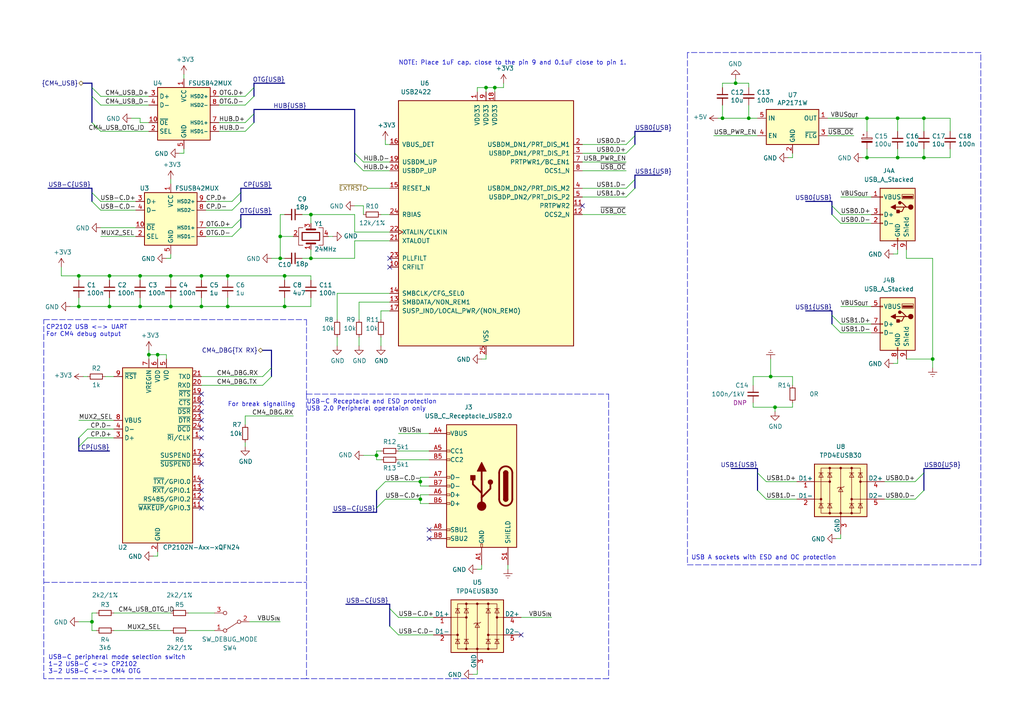
<source format=kicad_sch>
(kicad_sch (version 20210126) (generator eeschema)
  (paper "A4")
  (title_block (title "USB 2.0 host/USB 2.0 device") (date "2021-01-12") (rev "0.1") (company "Nabu Casa") (comment 1 "www.nabucasa.com") (comment 2 "Light Blue"))
  (bus_alias "I2C" (members "SDA" "SCL"))
  (bus_alias "USB" (members "D+" "D-"))
  (bus_alias "CM4_USB" (members "CM4_USB_D+" "CM4_USB_D-" "CM4_USB_OTG_ID"))
  (junction (at 22.86 80.01) (diameter 0.9144))
  (junction (at 22.86 88.9) (diameter 0.9144))
  (junction (at 26.67 180.34) (diameter 0.9144))
  (junction (at 31.75 80.01) (diameter 0.9144))
  (junction (at 31.75 88.9) (diameter 0.9144))
  (junction (at 40.64 80.01) (diameter 0.9144))
  (junction (at 40.64 88.9) (diameter 0.9144))
  (junction (at 43.18 102.87) (diameter 0.9144))
  (junction (at 45.72 102.87) (diameter 0.9144))
  (junction (at 49.53 80.01) (diameter 0.9144))
  (junction (at 49.53 88.9) (diameter 0.9144))
  (junction (at 58.42 80.01) (diameter 0.9144))
  (junction (at 58.42 88.9) (diameter 0.9144))
  (junction (at 66.04 80.01) (diameter 0.9144))
  (junction (at 66.04 88.9) (diameter 0.9144))
  (junction (at 81.28 68.58) (diameter 0.9144))
  (junction (at 81.28 74.93) (diameter 0.9144))
  (junction (at 82.55 80.01) (diameter 0.9144))
  (junction (at 82.55 88.9) (diameter 0.9144))
  (junction (at 90.17 62.23) (diameter 0.9144))
  (junction (at 90.17 74.93) (diameter 0.9144))
  (junction (at 109.22 132.08) (diameter 0.9144))
  (junction (at 121.92 139.7) (diameter 0.9144))
  (junction (at 121.92 144.78) (diameter 0.9144))
  (junction (at 140.97 25.4) (diameter 0.9144))
  (junction (at 143.51 25.4) (diameter 0.9144))
  (junction (at 209.55 34.29) (diameter 0.9144))
  (junction (at 213.36 24.13) (diameter 0.9144))
  (junction (at 217.17 34.29) (diameter 0.9144))
  (junction (at 223.52 109.22) (diameter 0.9144))
  (junction (at 224.79 118.11) (diameter 0.9144))
  (junction (at 251.46 34.29) (diameter 0.9144))
  (junction (at 251.46 45.72) (diameter 0.9144))
  (junction (at 260.35 34.29) (diameter 0.9144))
  (junction (at 260.35 45.72) (diameter 0.9144))
  (junction (at 267.97 34.29) (diameter 0.9144))
  (junction (at 267.97 45.72) (diameter 0.9144))
  (junction (at 270.51 104.14) (diameter 0.9144))
  (no_connect (at 58.42 114.3))
  (no_connect (at 58.42 116.84))
  (no_connect (at 58.42 119.38))
  (no_connect (at 58.42 121.92))
  (no_connect (at 58.42 124.46))
  (no_connect (at 58.42 127))
  (no_connect (at 58.42 132.08))
  (no_connect (at 58.42 134.62))
  (no_connect (at 58.42 139.7))
  (no_connect (at 58.42 142.24))
  (no_connect (at 58.42 144.78))
  (no_connect (at 58.42 147.32))
  (no_connect (at 113.03 74.93))
  (no_connect (at 113.03 77.47))
  (no_connect (at 124.46 153.67))
  (no_connect (at 124.46 156.21))
  (no_connect (at 151.13 184.15))
  (no_connect (at 168.91 59.69))
  (bus_entry (at 22.86 127) (size 2.54 -2.54) (stroke (width 0.1524)))
  (bus_entry (at 22.86 129.54) (size 2.54 -2.54) (stroke (width 0.1524)))
  (bus_entry (at 26.67 25.4) (size 2.54 2.54) (stroke (width 0.1524)))
  (bus_entry (at 26.67 27.94) (size 2.54 2.54) (stroke (width 0.1524)))
  (bus_entry (at 26.67 35.56) (size 2.54 2.54) (stroke (width 0.1524)))
  (bus_entry (at 26.67 55.88) (size 2.54 2.54) (stroke (width 0.1524)))
  (bus_entry (at 26.67 58.42) (size 2.54 2.54) (stroke (width 0.1524)))
  (bus_entry (at 69.85 55.88) (size -2.54 2.54) (stroke (width 0.1524)))
  (bus_entry (at 69.85 58.42) (size -2.54 2.54) (stroke (width 0.1524)))
  (bus_entry (at 69.85 63.5) (size -2.54 2.54) (stroke (width 0.1524)))
  (bus_entry (at 69.85 66.04) (size -2.54 2.54) (stroke (width 0.1524)))
  (bus_entry (at 73.66 25.4) (size -2.54 2.54) (stroke (width 0.1524)))
  (bus_entry (at 73.66 27.94) (size -2.54 2.54) (stroke (width 0.1524)))
  (bus_entry (at 73.66 33.02) (size -2.54 2.54) (stroke (width 0.1524)))
  (bus_entry (at 73.66 35.56) (size -2.54 2.54) (stroke (width 0.1524)))
  (bus_entry (at 76.2 109.22) (size 2.54 -2.54) (stroke (width 0.1524)))
  (bus_entry (at 76.2 111.76) (size 2.54 -2.54) (stroke (width 0.1524)))
  (bus_entry (at 102.87 44.45) (size 2.54 2.54) (stroke (width 0.1524)))
  (bus_entry (at 102.87 46.99) (size 2.54 2.54) (stroke (width 0.1524)))
  (bus_entry (at 109.22 142.24) (size 2.54 -2.54) (stroke (width 0.1524)))
  (bus_entry (at 109.22 147.32) (size 2.54 -2.54) (stroke (width 0.1524)))
  (bus_entry (at 113.03 176.53) (size 2.54 2.54) (stroke (width 0.1524)))
  (bus_entry (at 113.03 181.61) (size 2.54 2.54) (stroke (width 0.1524)))
  (bus_entry (at 181.61 41.91) (size 2.54 -2.54) (stroke (width 0.1524)))
  (bus_entry (at 181.61 44.45) (size 2.54 -2.54) (stroke (width 0.1524)))
  (bus_entry (at 181.61 54.61) (size 2.54 -2.54) (stroke (width 0.1524)))
  (bus_entry (at 181.61 57.15) (size 2.54 -2.54) (stroke (width 0.1524)))
  (bus_entry (at 222.25 139.7) (size -2.54 -2.54) (stroke (width 0.1524)))
  (bus_entry (at 222.25 144.78) (size -2.54 -2.54) (stroke (width 0.1524)))
  (bus_entry (at 243.84 62.23) (size -2.54 -2.54) (stroke (width 0.1524)))
  (bus_entry (at 243.84 64.77) (size -2.54 -2.54) (stroke (width 0.1524)))
  (bus_entry (at 243.84 93.98) (size -2.54 -2.54) (stroke (width 0.1524)))
  (bus_entry (at 243.84 96.52) (size -2.54 -2.54) (stroke (width 0.1524)))
  (bus_entry (at 265.43 139.7) (size 2.54 -2.54) (stroke (width 0.1524)))
  (bus_entry (at 265.43 144.78) (size 2.54 -2.54) (stroke (width 0.1524)))
  (wire (pts (xy 17.78 80.01) (xy 17.78 77.47)))
  (wire (pts (xy 17.78 80.01) (xy 22.86 80.01)))
  (wire (pts (xy 20.32 88.9) (xy 22.86 88.9)))
  (wire (pts (xy 22.86 80.01) (xy 22.86 81.28)))
  (wire (pts (xy 22.86 80.01) (xy 31.75 80.01)))
  (wire (pts (xy 22.86 86.36) (xy 22.86 88.9)))
  (wire (pts (xy 22.86 88.9) (xy 31.75 88.9)))
  (wire (pts (xy 22.86 121.92) (xy 33.02 121.92)))
  (wire (pts (xy 22.86 180.34) (xy 26.67 180.34)))
  (wire (pts (xy 24.13 109.22) (xy 25.4 109.22)))
  (wire (pts (xy 26.67 177.8) (xy 26.67 180.34)))
  (wire (pts (xy 26.67 177.8) (xy 27.94 177.8)))
  (wire (pts (xy 26.67 180.34) (xy 26.67 182.88)))
  (wire (pts (xy 27.94 182.88) (xy 26.67 182.88)))
  (wire (pts (xy 29.21 27.94) (xy 43.18 27.94)))
  (wire (pts (xy 29.21 30.48) (xy 43.18 30.48)))
  (wire (pts (xy 29.21 38.1) (xy 43.18 38.1)))
  (wire (pts (xy 29.21 66.04) (xy 39.37 66.04)))
  (wire (pts (xy 29.21 68.58) (xy 39.37 68.58)))
  (wire (pts (xy 30.48 109.22) (xy 33.02 109.22)))
  (wire (pts (xy 31.75 80.01) (xy 31.75 81.28)))
  (wire (pts (xy 31.75 86.36) (xy 31.75 88.9)))
  (wire (pts (xy 31.75 88.9) (xy 40.64 88.9)))
  (wire (pts (xy 33.02 124.46) (xy 25.4 124.46)))
  (wire (pts (xy 33.02 127) (xy 25.4 127)))
  (wire (pts (xy 33.02 177.8) (xy 49.53 177.8)))
  (wire (pts (xy 33.02 182.88) (xy 49.53 182.88)))
  (wire (pts (xy 39.37 58.42) (xy 29.21 58.42)))
  (wire (pts (xy 39.37 60.96) (xy 29.21 60.96)))
  (wire (pts (xy 40.64 34.29) (xy 38.1 34.29)))
  (wire (pts (xy 40.64 35.56) (xy 40.64 34.29)))
  (wire (pts (xy 40.64 80.01) (xy 31.75 80.01)))
  (wire (pts (xy 40.64 80.01) (xy 40.64 81.28)))
  (wire (pts (xy 40.64 86.36) (xy 40.64 88.9)))
  (wire (pts (xy 40.64 88.9) (xy 49.53 88.9)))
  (wire (pts (xy 43.18 35.56) (xy 40.64 35.56)))
  (wire (pts (xy 43.18 101.6) (xy 43.18 102.87)))
  (wire (pts (xy 43.18 102.87) (xy 43.18 104.14)))
  (wire (pts (xy 44.45 161.29) (xy 45.72 161.29)))
  (wire (pts (xy 45.72 102.87) (xy 43.18 102.87)))
  (wire (pts (xy 45.72 102.87) (xy 48.26 102.87)))
  (wire (pts (xy 45.72 104.14) (xy 45.72 102.87)))
  (wire (pts (xy 45.72 161.29) (xy 45.72 160.02)))
  (wire (pts (xy 48.26 74.93) (xy 49.53 74.93)))
  (wire (pts (xy 48.26 102.87) (xy 48.26 104.14)))
  (wire (pts (xy 49.53 52.07) (xy 49.53 53.34)))
  (wire (pts (xy 49.53 74.93) (xy 49.53 73.66)))
  (wire (pts (xy 49.53 80.01) (xy 40.64 80.01)))
  (wire (pts (xy 49.53 80.01) (xy 49.53 81.28)))
  (wire (pts (xy 49.53 86.36) (xy 49.53 88.9)))
  (wire (pts (xy 49.53 88.9) (xy 58.42 88.9)))
  (wire (pts (xy 52.07 44.45) (xy 53.34 44.45)))
  (wire (pts (xy 53.34 21.59) (xy 53.34 22.86)))
  (wire (pts (xy 53.34 44.45) (xy 53.34 43.18)))
  (wire (pts (xy 54.61 177.8) (xy 62.23 177.8)))
  (wire (pts (xy 54.61 182.88) (xy 62.23 182.88)))
  (wire (pts (xy 58.42 80.01) (xy 49.53 80.01)))
  (wire (pts (xy 58.42 80.01) (xy 58.42 81.28)))
  (wire (pts (xy 58.42 86.36) (xy 58.42 88.9)))
  (wire (pts (xy 58.42 88.9) (xy 66.04 88.9)))
  (wire (pts (xy 58.42 109.22) (xy 76.2 109.22)))
  (wire (pts (xy 58.42 111.76) (xy 76.2 111.76)))
  (wire (pts (xy 59.69 58.42) (xy 67.31 58.42)))
  (wire (pts (xy 59.69 60.96) (xy 67.31 60.96)))
  (wire (pts (xy 59.69 66.04) (xy 67.31 66.04)))
  (wire (pts (xy 59.69 68.58) (xy 67.31 68.58)))
  (wire (pts (xy 63.5 27.94) (xy 71.12 27.94)))
  (wire (pts (xy 63.5 30.48) (xy 71.12 30.48)))
  (wire (pts (xy 63.5 35.56) (xy 71.12 35.56)))
  (wire (pts (xy 63.5 38.1) (xy 71.12 38.1)))
  (wire (pts (xy 66.04 80.01) (xy 58.42 80.01)))
  (wire (pts (xy 66.04 80.01) (xy 66.04 81.28)))
  (wire (pts (xy 66.04 80.01) (xy 82.55 80.01)))
  (wire (pts (xy 66.04 86.36) (xy 66.04 88.9)))
  (wire (pts (xy 66.04 88.9) (xy 82.55 88.9)))
  (wire (pts (xy 71.12 120.65) (xy 71.12 123.19)))
  (wire (pts (xy 71.12 120.65) (xy 85.09 120.65)))
  (wire (pts (xy 71.12 128.27) (xy 71.12 129.54)))
  (wire (pts (xy 78.74 74.93) (xy 81.28 74.93)))
  (wire (pts (xy 81.28 62.23) (xy 81.28 68.58)))
  (wire (pts (xy 81.28 68.58) (xy 81.28 74.93)))
  (wire (pts (xy 81.28 68.58) (xy 85.09 68.58)))
  (wire (pts (xy 81.28 74.93) (xy 82.55 74.93)))
  (wire (pts (xy 81.28 180.34) (xy 72.39 180.34)))
  (wire (pts (xy 82.55 62.23) (xy 81.28 62.23)))
  (wire (pts (xy 82.55 80.01) (xy 82.55 81.28)))
  (wire (pts (xy 82.55 86.36) (xy 82.55 88.9)))
  (wire (pts (xy 82.55 88.9) (xy 90.17 88.9)))
  (wire (pts (xy 87.63 62.23) (xy 90.17 62.23)))
  (wire (pts (xy 87.63 74.93) (xy 90.17 74.93)))
  (wire (pts (xy 90.17 62.23) (xy 90.17 64.77)))
  (wire (pts (xy 90.17 62.23) (xy 102.87 62.23)))
  (wire (pts (xy 90.17 72.39) (xy 90.17 74.93)))
  (wire (pts (xy 90.17 74.93) (xy 102.87 74.93)))
  (wire (pts (xy 90.17 80.01) (xy 82.55 80.01)))
  (wire (pts (xy 90.17 81.28) (xy 90.17 80.01)))
  (wire (pts (xy 90.17 86.36) (xy 90.17 88.9)))
  (wire (pts (xy 95.25 68.58) (xy 96.52 68.58)))
  (wire (pts (xy 97.79 85.09) (xy 97.79 92.71)))
  (wire (pts (xy 97.79 97.79) (xy 97.79 100.33)))
  (wire (pts (xy 102.87 67.31) (xy 102.87 62.23)))
  (wire (pts (xy 102.87 69.85) (xy 102.87 74.93)))
  (wire (pts (xy 104.14 87.63) (xy 104.14 92.71)))
  (wire (pts (xy 104.14 87.63) (xy 113.03 87.63)))
  (wire (pts (xy 104.14 97.79) (xy 104.14 100.33)))
  (wire (pts (xy 105.41 46.99) (xy 113.03 46.99)))
  (wire (pts (xy 105.41 49.53) (xy 113.03 49.53)))
  (wire (pts (xy 105.41 59.69) (xy 102.87 59.69)))
  (wire (pts (xy 105.41 62.23) (xy 105.41 59.69)))
  (wire (pts (xy 105.41 132.08) (xy 109.22 132.08)))
  (wire (pts (xy 106.68 54.61) (xy 113.03 54.61)))
  (wire (pts (xy 109.22 130.81) (xy 109.22 132.08)))
  (wire (pts (xy 109.22 132.08) (xy 109.22 133.35)))
  (wire (pts (xy 109.22 133.35) (xy 110.49 133.35)))
  (wire (pts (xy 110.49 62.23) (xy 113.03 62.23)))
  (wire (pts (xy 110.49 90.17) (xy 110.49 92.71)))
  (wire (pts (xy 110.49 97.79) (xy 110.49 100.33)))
  (wire (pts (xy 110.49 130.81) (xy 109.22 130.81)))
  (wire (pts (xy 111.76 40.64) (xy 111.76 41.91)))
  (wire (pts (xy 111.76 139.7) (xy 121.92 139.7)))
  (wire (pts (xy 111.76 144.78) (xy 121.92 144.78)))
  (wire (pts (xy 113.03 41.91) (xy 111.76 41.91)))
  (wire (pts (xy 113.03 67.31) (xy 102.87 67.31)))
  (wire (pts (xy 113.03 69.85) (xy 102.87 69.85)))
  (wire (pts (xy 113.03 85.09) (xy 97.79 85.09)))
  (wire (pts (xy 113.03 90.17) (xy 110.49 90.17)))
  (wire (pts (xy 115.57 125.73) (xy 124.46 125.73)))
  (wire (pts (xy 115.57 130.81) (xy 124.46 130.81)))
  (wire (pts (xy 115.57 133.35) (xy 124.46 133.35)))
  (wire (pts (xy 115.57 179.07) (xy 125.73 179.07)))
  (wire (pts (xy 115.57 184.15) (xy 125.73 184.15)))
  (wire (pts (xy 121.92 139.7) (xy 121.92 138.43)))
  (wire (pts (xy 121.92 140.97) (xy 121.92 139.7)))
  (wire (pts (xy 121.92 140.97) (xy 124.46 140.97)))
  (wire (pts (xy 121.92 144.78) (xy 121.92 143.51)))
  (wire (pts (xy 121.92 146.05) (xy 121.92 144.78)))
  (wire (pts (xy 121.92 146.05) (xy 124.46 146.05)))
  (wire (pts (xy 124.46 138.43) (xy 121.92 138.43)))
  (wire (pts (xy 124.46 143.51) (xy 121.92 143.51)))
  (wire (pts (xy 137.16 195.58) (xy 138.43 195.58)))
  (wire (pts (xy 138.43 25.4) (xy 140.97 25.4)))
  (wire (pts (xy 138.43 26.67) (xy 138.43 25.4)))
  (wire (pts (xy 138.43 165.1) (xy 139.7 165.1)))
  (wire (pts (xy 138.43 195.58) (xy 138.43 194.31)))
  (wire (pts (xy 139.7 104.14) (xy 140.97 104.14)))
  (wire (pts (xy 139.7 165.1) (xy 139.7 163.83)))
  (wire (pts (xy 140.97 25.4) (xy 140.97 26.67)))
  (wire (pts (xy 140.97 25.4) (xy 143.51 25.4)))
  (wire (pts (xy 140.97 104.14) (xy 140.97 102.87)))
  (wire (pts (xy 143.51 25.4) (xy 143.51 26.67)))
  (wire (pts (xy 143.51 25.4) (xy 146.05 25.4)))
  (wire (pts (xy 146.05 24.13) (xy 146.05 25.4)))
  (wire (pts (xy 147.32 163.83) (xy 147.32 165.1)))
  (wire (pts (xy 160.02 179.07) (xy 151.13 179.07)))
  (wire (pts (xy 168.91 41.91) (xy 181.61 41.91)))
  (wire (pts (xy 168.91 44.45) (xy 181.61 44.45)))
  (wire (pts (xy 168.91 46.99) (xy 181.61 46.99)))
  (wire (pts (xy 168.91 49.53) (xy 181.61 49.53)))
  (wire (pts (xy 168.91 54.61) (xy 181.61 54.61)))
  (wire (pts (xy 168.91 57.15) (xy 181.61 57.15)))
  (wire (pts (xy 168.91 62.23) (xy 181.61 62.23)))
  (wire (pts (xy 208.28 34.29) (xy 209.55 34.29)))
  (wire (pts (xy 209.55 24.13) (xy 209.55 25.4)))
  (wire (pts (xy 209.55 30.48) (xy 209.55 34.29)))
  (wire (pts (xy 209.55 34.29) (xy 217.17 34.29)))
  (wire (pts (xy 213.36 22.86) (xy 213.36 24.13)))
  (wire (pts (xy 213.36 24.13) (xy 209.55 24.13)))
  (wire (pts (xy 217.17 24.13) (xy 213.36 24.13)))
  (wire (pts (xy 217.17 25.4) (xy 217.17 24.13)))
  (wire (pts (xy 217.17 30.48) (xy 217.17 34.29)))
  (wire (pts (xy 217.17 34.29) (xy 219.71 34.29)))
  (wire (pts (xy 218.44 109.22) (xy 218.44 111.76)))
  (wire (pts (xy 218.44 116.84) (xy 218.44 118.11)))
  (wire (pts (xy 218.44 118.11) (xy 224.79 118.11)))
  (wire (pts (xy 219.71 39.37) (xy 207.01 39.37)))
  (wire (pts (xy 222.25 139.7) (xy 231.14 139.7)))
  (wire (pts (xy 222.25 144.78) (xy 231.14 144.78)))
  (wire (pts (xy 223.52 104.14) (xy 223.52 109.22)))
  (wire (pts (xy 223.52 109.22) (xy 218.44 109.22)))
  (wire (pts (xy 224.79 118.11) (xy 224.79 119.38)))
  (wire (pts (xy 224.79 118.11) (xy 229.87 118.11)))
  (wire (pts (xy 228.6 45.72) (xy 229.87 45.72)))
  (wire (pts (xy 229.87 45.72) (xy 229.87 44.45)))
  (wire (pts (xy 229.87 109.22) (xy 223.52 109.22)))
  (wire (pts (xy 229.87 111.76) (xy 229.87 109.22)))
  (wire (pts (xy 229.87 118.11) (xy 229.87 116.84)))
  (wire (pts (xy 240.03 34.29) (xy 251.46 34.29)))
  (wire (pts (xy 240.03 39.37) (xy 247.65 39.37)))
  (wire (pts (xy 242.57 156.21) (xy 243.84 156.21)))
  (wire (pts (xy 243.84 57.15) (xy 252.73 57.15)))
  (wire (pts (xy 243.84 62.23) (xy 252.73 62.23)))
  (wire (pts (xy 243.84 64.77) (xy 252.73 64.77)))
  (wire (pts (xy 243.84 88.9) (xy 252.73 88.9)))
  (wire (pts (xy 243.84 93.98) (xy 252.73 93.98)))
  (wire (pts (xy 243.84 96.52) (xy 252.73 96.52)))
  (wire (pts (xy 243.84 156.21) (xy 243.84 154.94)))
  (wire (pts (xy 250.19 45.72) (xy 251.46 45.72)))
  (wire (pts (xy 251.46 34.29) (xy 251.46 38.1)))
  (wire (pts (xy 251.46 34.29) (xy 260.35 34.29)))
  (wire (pts (xy 251.46 43.18) (xy 251.46 45.72)))
  (wire (pts (xy 251.46 45.72) (xy 260.35 45.72)))
  (wire (pts (xy 259.08 73.66) (xy 260.35 73.66)))
  (wire (pts (xy 259.08 105.41) (xy 260.35 105.41)))
  (wire (pts (xy 260.35 34.29) (xy 260.35 38.1)))
  (wire (pts (xy 260.35 34.29) (xy 267.97 34.29)))
  (wire (pts (xy 260.35 43.18) (xy 260.35 45.72)))
  (wire (pts (xy 260.35 45.72) (xy 267.97 45.72)))
  (wire (pts (xy 260.35 73.66) (xy 260.35 72.39)))
  (wire (pts (xy 260.35 105.41) (xy 260.35 104.14)))
  (wire (pts (xy 262.89 72.39) (xy 262.89 74.93)))
  (wire (pts (xy 262.89 74.93) (xy 270.51 74.93)))
  (wire (pts (xy 262.89 104.14) (xy 270.51 104.14)))
  (wire (pts (xy 265.43 139.7) (xy 256.54 139.7)))
  (wire (pts (xy 265.43 144.78) (xy 256.54 144.78)))
  (wire (pts (xy 267.97 34.29) (xy 267.97 38.1)))
  (wire (pts (xy 267.97 43.18) (xy 267.97 45.72)))
  (wire (pts (xy 267.97 45.72) (xy 275.59 45.72)))
  (wire (pts (xy 270.51 74.93) (xy 270.51 104.14)))
  (wire (pts (xy 270.51 104.14) (xy 270.51 106.68)))
  (wire (pts (xy 275.59 34.29) (xy 267.97 34.29)))
  (wire (pts (xy 275.59 38.1) (xy 275.59 34.29)))
  (wire (pts (xy 275.59 45.72) (xy 275.59 43.18)))
  (bus (pts (xy 22.86 127) (xy 22.86 129.54)))
  (bus (pts (xy 22.86 129.54) (xy 22.86 130.81)))
  (bus (pts (xy 22.86 130.81) (xy 31.75 130.81)))
  (bus (pts (xy 24.13 24.13) (xy 26.67 24.13)))
  (bus (pts (xy 26.67 24.13) (xy 26.67 25.4)))
  (bus (pts (xy 26.67 25.4) (xy 26.67 27.94)))
  (bus (pts (xy 26.67 27.94) (xy 26.67 35.56)))
  (bus (pts (xy 26.67 54.61) (xy 13.97 54.61)))
  (bus (pts (xy 26.67 55.88) (xy 26.67 54.61)))
  (bus (pts (xy 26.67 58.42) (xy 26.67 55.88)))
  (bus (pts (xy 69.85 54.61) (xy 78.74 54.61)))
  (bus (pts (xy 69.85 55.88) (xy 69.85 54.61)))
  (bus (pts (xy 69.85 58.42) (xy 69.85 55.88)))
  (bus (pts (xy 69.85 62.23) (xy 78.74 62.23)))
  (bus (pts (xy 69.85 63.5) (xy 69.85 62.23)))
  (bus (pts (xy 69.85 66.04) (xy 69.85 63.5)))
  (bus (pts (xy 73.66 24.13) (xy 82.55 24.13)))
  (bus (pts (xy 73.66 25.4) (xy 73.66 24.13)))
  (bus (pts (xy 73.66 27.94) (xy 73.66 25.4)))
  (bus (pts (xy 73.66 31.75) (xy 102.87 31.75)))
  (bus (pts (xy 73.66 33.02) (xy 73.66 31.75)))
  (bus (pts (xy 73.66 35.56) (xy 73.66 33.02)))
  (bus (pts (xy 78.74 101.6) (xy 76.2 101.6)))
  (bus (pts (xy 78.74 101.6) (xy 78.74 106.68)))
  (bus (pts (xy 78.74 106.68) (xy 78.74 109.22)))
  (bus (pts (xy 102.87 31.75) (xy 102.87 44.45)))
  (bus (pts (xy 102.87 44.45) (xy 102.87 46.99)))
  (bus (pts (xy 109.22 147.32) (xy 109.22 142.24)))
  (bus (pts (xy 109.22 148.59) (xy 96.52 148.59)))
  (bus (pts (xy 109.22 148.59) (xy 109.22 147.32)))
  (bus (pts (xy 113.03 175.26) (xy 100.33 175.26)))
  (bus (pts (xy 113.03 175.26) (xy 113.03 176.53)))
  (bus (pts (xy 113.03 176.53) (xy 113.03 181.61)))
  (bus (pts (xy 184.15 38.1) (xy 184.15 39.37)))
  (bus (pts (xy 184.15 38.1) (xy 191.77 38.1)))
  (bus (pts (xy 184.15 39.37) (xy 184.15 41.91)))
  (bus (pts (xy 184.15 50.8) (xy 184.15 52.07)))
  (bus (pts (xy 184.15 50.8) (xy 191.77 50.8)))
  (bus (pts (xy 184.15 52.07) (xy 184.15 54.61)))
  (bus (pts (xy 219.71 135.89) (xy 212.09 135.89)))
  (bus (pts (xy 219.71 135.89) (xy 219.71 137.16)))
  (bus (pts (xy 219.71 137.16) (xy 219.71 142.24)))
  (bus (pts (xy 241.3 58.42) (xy 233.68 58.42)))
  (bus (pts (xy 241.3 58.42) (xy 241.3 59.69)))
  (bus (pts (xy 241.3 59.69) (xy 241.3 62.23)))
  (bus (pts (xy 241.3 90.17) (xy 233.68 90.17)))
  (bus (pts (xy 241.3 90.17) (xy 241.3 91.44)))
  (bus (pts (xy 241.3 91.44) (xy 241.3 93.98)))
  (bus (pts (xy 267.97 135.89) (xy 267.97 137.16)))
  (bus (pts (xy 267.97 135.89) (xy 275.59 135.89)))
  (bus (pts (xy 267.97 137.16) (xy 267.97 142.24)))
  (polyline (pts (xy 12.7 92.71) (xy 88.9 92.71)) (stroke (width 0) (type dash)))
  (polyline (pts (xy 12.7 168.91) (xy 88.9 168.91)) (stroke (width 0) (type dash)))
  (polyline (pts (xy 12.7 196.85) (xy 12.7 92.71)) (stroke (width 0) (type dash)))
  (polyline (pts (xy 88.9 92.71) (xy 88.9 114.3)) (stroke (width 0) (type dash)))
  (polyline (pts (xy 88.9 114.3) (xy 88.9 196.85)) (stroke (width 0) (type dash)))
  (polyline (pts (xy 88.9 114.3) (xy 176.53 114.3)) (stroke (width 0) (type dash)))
  (polyline (pts (xy 88.9 196.85) (xy 12.7 196.85)) (stroke (width 0) (type dash)))
  (polyline (pts (xy 176.53 114.3) (xy 176.53 196.85)) (stroke (width 0) (type dash)))
  (polyline (pts (xy 176.53 196.85) (xy 88.9 196.85)) (stroke (width 0) (type dash)))
  (polyline (pts (xy 199.39 15.24) (xy 199.39 163.83)) (stroke (width 0) (type dash)))
  (polyline (pts (xy 199.39 163.83) (xy 284.48 163.83)) (stroke (width 0) (type dash)))
  (polyline (pts (xy 284.48 15.24) (xy 199.39 15.24)) (stroke (width 0) (type dash)))
  (polyline (pts (xy 284.48 163.83) (xy 284.48 15.24)) (stroke (width 0) (type dash)))
  (text "CP2102 USB <-> UART\nFor CM4 debug output" (at 13.335 97.79 0) (effects (font (size 1.27 1.27)) (justify left bottom)))
  (text "USB-C peripheral mode selection switch\n1-2 USB-C <-> CP2102\n3-2 USB-C <-> CM4 OTG" (at 13.97 195.58 0) (effects (font (size 1.27 1.27)) (justify left bottom)))
  (text "For break signalling" (at 66.04 118.11 0) (effects (font (size 1.27 1.27)) (justify left bottom)))
  (text "USB-C Receptacle and ESD protection\nUSB 2.0 Peripheral operataion only" (at 88.9 119.38 0) (effects (font (size 1.27 1.27)) (justify left bottom)))
  (text "NOTE: Place 1uF cap. close to the pin 9 and 0.1uF close to pin 1." (at 115.57 19.05 0) (effects (font (size 1.27 1.27)) (justify left bottom)))
  (text "USB A sockets with ESD and OC protection" (at 242.57 162.56 180) (effects (font (size 1.27 1.27)) (justify right bottom)))
  (label "USB-C{USB}" (at 13.97 54.61 0))
  (label "MUX2_SEL" (at 22.86 121.92 0))
  (label "MUX2_SEL" (at 29.21 68.58 0))
  (label "CM4_USB_D+" (at 30.48 27.94 0))
  (label "CM4_USB_D-" (at 30.48 30.48 0))
  (label "CP{USB}" (at 31.75 130.81 180))
  (label "CP.D-" (at 32.385 124.46 180))
  (label "CP.D+" (at 32.385 127 180))
  (label "CM4_USB_OTG_ID" (at 34.29 177.8 0))
  (label "MUX2_SEL" (at 36.83 182.88 0))
  (label "USB-C.D+" (at 39.37 58.42 180))
  (label "USB-C.D-" (at 39.37 60.96 180))
  (label "CM4_USB_OTG_ID" (at 41.91 38.1 180))
  (label "CP.D+" (at 59.69 58.42 0))
  (label "CP.D-" (at 59.69 60.96 0))
  (label "OTG.D+" (at 59.69 66.04 0))
  (label "OTG.D-" (at 59.69 68.58 0))
  (label "CM4_DBG.RX" (at 62.865 109.22 0))
  (label "CM4_DBG.TX" (at 62.865 111.76 0))
  (label "OTG.D+" (at 63.5 27.94 0))
  (label "OTG.D-" (at 63.5 30.48 0))
  (label "HUB.D+" (at 63.5 35.56 0))
  (label "HUB.D-" (at 63.5 38.1 0))
  (label "CP{USB}" (at 78.74 54.61 180))
  (label "OTG{USB}" (at 78.74 62.23 180))
  (label "VBUS_{IN}" (at 81.28 180.34 180))
  (label "OTG{USB}" (at 82.55 24.13 180))
  (label "CM4_DBG.RX" (at 85.09 120.65 180))
  (label "HUB{USB}" (at 88.9 31.75 180))
  (label "USB-C{USB}" (at 96.52 148.59 0))
  (label "USB-C{USB}" (at 100.33 175.26 0))
  (label "HUB.D-" (at 105.41 46.99 0))
  (label "HUB.D+" (at 105.41 49.53 0))
  (label "USB-C.D-" (at 111.76 139.7 0))
  (label "USB-C.D+" (at 111.76 144.78 0))
  (label "VBUS_{IN}" (at 115.57 125.73 0))
  (label "USB-C.D+" (at 115.57 179.07 0))
  (label "USB-C.D-" (at 115.57 184.15 0))
  (label "VBUS_{IN}" (at 160.02 179.07 180))
  (label "USB0.D-" (at 181.61 41.91 180))
  (label "USB0.D+" (at 181.61 44.45 180))
  (label "USB_PWR_EN" (at 181.61 46.99 180))
  (label "~USB_OC" (at 181.61 49.53 180))
  (label "USB1.D-" (at 181.61 54.61 180))
  (label "USB1.D+" (at 181.61 57.15 180))
  (label "~USB_OC" (at 181.61 62.23 180))
  (label "USB0{USB}" (at 184.15 38.1 0))
  (label "USB1{USB}" (at 184.15 50.8 0))
  (label "USB_PWR_EN" (at 207.01 39.37 0))
  (label "USB1{USB}" (at 219.71 135.89 180))
  (label "USB1.D+" (at 222.25 139.7 0))
  (label "USB1.D-" (at 222.25 144.78 0))
  (label "USB0{USB}" (at 241.3 58.42 180))
  (label "USB1{USB}" (at 241.3 90.17 180))
  (label "VBUS_{OUT}" (at 243.84 57.15 0))
  (label "USB0.D+" (at 243.84 62.23 0))
  (label "USB0.D-" (at 243.84 64.77 0))
  (label "VBUS_{OUT}" (at 243.84 88.9 0))
  (label "USB1.D+" (at 243.84 93.98 0))
  (label "USB1.D-" (at 243.84 96.52 0))
  (label "~USB_OC" (at 247.65 39.37 180))
  (label "VBUS_{OUT}" (at 248.92 34.29 180))
  (label "USB0.D+" (at 265.43 139.7 180))
  (label "USB0.D-" (at 265.43 144.78 180))
  (label "USB0{USB}" (at 267.97 135.89 0))
  (hierarchical_label "{CM4_USB}" (shape bidirectional) (at 24.13 24.13 180))
  (hierarchical_label "CM4_DBG{TX RX}" (shape bidirectional) (at 76.2 101.6 180))
  (hierarchical_label "~EXTRST" (shape input) (at 106.68 54.61 180))
  (symbol (lib_id "power:+3V3") (at 17.78 77.47 0) (unit 1)
    (property "Reference" "#PWR0131" (effects hide))
    (property "Value" "+3V3" (at 18.1483 73.1456 0))
  )
  (symbol (lib_id "power:+3V3") (at 24.13 109.22 90) (unit 1)
    (property "Reference" "#PWR0125" (effects hide))
    (property "Value" "+3V3" (at 20.9549 108.8517 90) (effects (justify left)))
  )
  (symbol (lib_id "power:+3V3") (at 43.18 101.6 0) (unit 1)
    (property "Reference" "#PWR0127" (effects hide))
    (property "Value" "+3V3" (at 43.5483 97.2756 0))
  )
  (symbol (lib_id "power:+3V3") (at 49.53 52.07 0) (unit 1)
    (property "Reference" "#PWR0140" (effects hide))
    (property "Value" "+3V3" (at 49.8983 47.7456 0))
  )
  (symbol (lib_id "power:+3V3") (at 53.34 21.59 0) (unit 1)
    (property "Reference" "#PWR0141" (effects hide))
    (property "Value" "+3V3" (at 53.7083 17.2656 0))
  )
  (symbol (lib_id "power:+3V3") (at 111.76 40.64 0) (unit 1)
    (property "Reference" "#PWR0147" (effects hide))
    (property "Value" "+3V3" (at 112.1283 36.3156 0))
  )
  (symbol (lib_id "power:+3V3") (at 146.05 24.13 0) (unit 1)
    (property "Reference" "#PWR0146" (effects hide))
    (property "Value" "+3V3" (at 146.4183 19.8056 0))
  )
  (symbol (lib_id "power:+5V") (at 208.28 34.29 90) (unit 1)
    (property "Reference" "#PWR0116" (effects hide))
    (property "Value" "+5V" (at 205.105 33.9217 90) (effects (justify left)))
  )
  (symbol (lib_id "power:GND") (at 20.32 88.9 270) (unit 1)
    (property "Reference" "#PWR0126" (effects hide))
    (property "Value" "GND" (at 17.145 89.0143 90) (effects (justify right)))
  )
  (symbol (lib_id "power:GND") (at 22.86 180.34 270) (unit 1)
    (property "Reference" "#PWR0137" (effects hide))
    (property "Value" "GND" (at 19.685 180.4543 90) (effects (justify right)))
  )
  (symbol (lib_id "power:GND") (at 29.21 66.04 270) (unit 1)
    (property "Reference" "#PWR0132" (effects hide))
    (property "Value" "GND" (at 26.035 66.1543 90) (effects (justify right)))
  )
  (symbol (lib_id "power:GND") (at 38.1 34.29 270) (unit 1)
    (property "Reference" "#PWR0143" (effects hide))
    (property "Value" "GND" (at 34.925 34.4043 90) (effects (justify right)))
  )
  (symbol (lib_id "power:GND") (at 44.45 161.29 270) (unit 1)
    (property "Reference" "#PWR0135" (effects hide))
    (property "Value" "GND" (at 41.275 161.4043 90) (effects (justify right)))
  )
  (symbol (lib_id "power:GND") (at 48.26 74.93 270) (unit 1)
    (property "Reference" "#PWR0133" (effects hide))
    (property "Value" "GND" (at 45.085 75.0443 90) (effects (justify right)))
  )
  (symbol (lib_id "power:GND") (at 52.07 44.45 270) (unit 1)
    (property "Reference" "#PWR0142" (effects hide))
    (property "Value" "GND" (at 48.895 44.5643 90) (effects (justify right)))
  )
  (symbol (lib_id "power:GND") (at 71.12 129.54 0) (unit 1)
    (property "Reference" "#PWR0136" (effects hide))
    (property "Value" "GND" (at 71.2343 133.8644 0))
  )
  (symbol (lib_id "power:GND") (at 78.74 74.93 270) (unit 1)
    (property "Reference" "#PWR0128" (effects hide))
    (property "Value" "GND" (at 75.565 75.0443 90) (effects (justify right)))
  )
  (symbol (lib_id "power:GND") (at 96.52 68.58 90) (unit 1)
    (property "Reference" "#PWR0129" (effects hide))
    (property "Value" "GND" (at 99.6951 68.4657 90) (effects (justify right)))
  )
  (symbol (lib_id "power:GND") (at 97.79 100.33 0) (unit 1)
    (property "Reference" "#PWR0138" (effects hide))
    (property "Value" "GND" (at 97.9043 104.6544 0))
  )
  (symbol (lib_id "power:GND") (at 102.87 59.69 270) (unit 1)
    (property "Reference" "#PWR0130" (effects hide))
    (property "Value" "GND" (at 99.695 59.8043 90) (effects (justify right)))
  )
  (symbol (lib_id "power:GND") (at 104.14 100.33 0) (unit 1)
    (property "Reference" "#PWR0139" (effects hide))
    (property "Value" "GND" (at 104.2543 104.6544 0))
  )
  (symbol (lib_id "power:GND") (at 105.41 132.08 270) (mirror x) (unit 1)
    (property "Reference" "#PWR0134" (effects hide))
    (property "Value" "GND" (at 102.235 131.9657 90) (effects (justify right)))
  )
  (symbol (lib_id "power:GND") (at 110.49 100.33 0) (unit 1)
    (property "Reference" "#PWR0144" (effects hide))
    (property "Value" "GND" (at 110.6043 104.6544 0))
  )
  (symbol (lib_id "power:GND") (at 137.16 195.58 270) (unit 1)
    (property "Reference" "#PWR0148" (effects hide))
    (property "Value" "GND" (at 133.985 195.6943 90) (effects (justify right)))
  )
  (symbol (lib_id "power:GND") (at 138.43 165.1 270) (unit 1)
    (property "Reference" "#PWR0149" (effects hide))
    (property "Value" "GND" (at 135.255 165.2143 90) (effects (justify right)))
  )
  (symbol (lib_id "power:GND") (at 139.7 104.14 270) (unit 1)
    (property "Reference" "#PWR0145" (effects hide))
    (property "Value" "GND" (at 136.525 104.2543 90) (effects (justify right)))
  )
  (symbol (lib_id "power:Earth") (at 147.32 165.1 0) (unit 1)
    (property "Reference" "#PWR0150" (effects hide))
    (property "Value" "Earth" (effects hide))
  )
  (symbol (lib_id "power:GND") (at 213.36 22.86 180) (unit 1)
    (property "Reference" "#PWR0115" (effects hide))
    (property "Value" "GND" (at 213.2457 18.5356 0))
  )
  (symbol (lib_id "power:Earth") (at 223.52 104.14 180) (unit 1)
    (property "Reference" "#PWR0122" (effects hide))
    (property "Value" "Earth" (effects hide))
  )
  (symbol (lib_id "power:GND") (at 224.79 119.38 0) (unit 1)
    (property "Reference" "#PWR0120" (effects hide))
    (property "Value" "GND" (at 224.9043 123.7044 0))
  )
  (symbol (lib_id "power:GND") (at 228.6 45.72 270) (unit 1)
    (property "Reference" "#PWR0124" (effects hide))
    (property "Value" "GND" (at 225.425 45.8343 90) (effects (justify right)))
  )
  (symbol (lib_id "power:GND") (at 242.57 156.21 270) (unit 1)
    (property "Reference" "#PWR0121" (effects hide))
    (property "Value" "GND" (at 239.395 156.3243 90) (effects (justify right)))
  )
  (symbol (lib_id "power:GND") (at 250.19 45.72 270) (unit 1)
    (property "Reference" "#PWR0123" (effects hide))
    (property "Value" "GND" (at 247.015 45.8343 90) (effects (justify right)))
  )
  (symbol (lib_id "power:GND") (at 259.08 73.66 270) (unit 1)
    (property "Reference" "#PWR0119" (effects hide))
    (property "Value" "GND" (at 255.905 73.7743 90) (effects (justify right)))
  )
  (symbol (lib_id "power:GND") (at 259.08 105.41 270) (unit 1)
    (property "Reference" "#PWR0117" (effects hide))
    (property "Value" "GND" (at 255.905 105.5243 90) (effects (justify right)))
  )
  (symbol (lib_id "power:Earth") (at 270.51 106.68 0) (unit 1)
    (property "Reference" "#PWR0118" (effects hide))
    (property "Value" "Earth" (effects hide))
  )
  (symbol (lib_id "Device:R_Small") (at 27.94 109.22 90) (unit 1)
    (property "Reference" "R2" (at 27.94 106.8132 90))
    (property "Value" "1k" (at 27.94 111.652 90))
    (property "Footprint" "Resistor_SMD:R_0402_1005Metric" (effects hide))
  )
  (symbol (lib_id "Device:R_Small") (at 30.48 177.8 90) (unit 1)
    (property "Reference" "R3" (at 30.48 175.3932 90))
    (property "Value" "2k2/1%" (at 30.48 172.612 90))
    (property "Footprint" "Resistor_SMD:R_0402_1005Metric" (effects hide))
  )
  (symbol (lib_id "Device:R_Small") (at 30.48 182.88 90) (unit 1)
    (property "Reference" "R4" (at 30.48 185.5532 90))
    (property "Value" "3k6" (at 30.48 187.852 90))
    (property "Footprint" "Resistor_SMD:R_0402_1005Metric" (effects hide))
  )
  (symbol (lib_id "Device:R_Small") (at 52.07 177.8 90) (unit 1)
    (property "Reference" "R5" (at 52.07 175.3932 90))
    (property "Value" "2k2/1%" (at 52.07 172.612 90))
    (property "Footprint" "Resistor_SMD:R_0402_1005Metric" (effects hide))
  )
  (symbol (lib_id "Device:R_Small") (at 52.07 182.88 90) (unit 1)
    (property "Reference" "R6" (at 52.07 185.5532 90))
    (property "Value" "2k2/1%" (at 52.07 187.852 90))
    (property "Footprint" "Resistor_SMD:R_0402_1005Metric" (effects hide))
  )
  (symbol (lib_id "Device:R_Small") (at 71.12 125.73 180) (unit 1)
    (property "Reference" "R7" (at 68.7132 123.19 0))
    (property "Value" "10k" (at 68.472 125.73 0))
    (property "Footprint" "Resistor_SMD:R_0402_1005Metric" (effects hide))
  )
  (symbol (lib_id "Device:R_Small") (at 97.79 95.25 180) (unit 1)
    (property "Reference" "R8" (at 95.3832 92.71 0))
    (property "Value" "10k" (at 95.142 95.25 0))
    (property "Footprint" "Resistor_SMD:R_0402_1005Metric" (effects hide))
  )
  (symbol (lib_id "Device:R_Small") (at 104.14 95.25 180) (unit 1)
    (property "Reference" "R9" (at 101.7332 92.71 0))
    (property "Value" "10k" (at 101.492 95.25 0))
    (property "Footprint" "Resistor_SMD:R_0402_1005Metric" (effects hide))
  )
  (symbol (lib_id "Device:R_Small") (at 107.95 62.23 90) (unit 1)
    (property "Reference" "R10" (at 107.95 59.8232 90))
    (property "Value" "12k/1%" (at 107.95 64.662 90))
    (property "Footprint" "Resistor_SMD:R_0402_1005Metric" (effects hide))
  )
  (symbol (lib_id "Device:R_Small") (at 110.49 95.25 180) (unit 1)
    (property "Reference" "R11" (at 108.0832 92.71 0))
    (property "Value" "10k" (at 107.842 95.25 0))
    (property "Footprint" "Resistor_SMD:R_0402_1005Metric" (effects hide))
  )
  (symbol (lib_id "Device:R_Small") (at 113.03 130.81 90) (mirror x) (unit 1)
    (property "Reference" "R12" (at 113.03 128.1368 90))
    (property "Value" "5k1" (at 116.84 129.648 90))
    (property "Footprint" "Resistor_SMD:R_0402_1005Metric" (effects hide))
  )
  (symbol (lib_id "Device:R_Small") (at 113.03 133.35 90) (mirror x) (unit 1)
    (property "Reference" "R13" (at 113.03 135.7568 90))
    (property "Value" "5k1" (at 116.84 134.728 90))
    (property "Footprint" "Resistor_SMD:R_0402_1005Metric" (effects hide))
  )
  (symbol (lib_id "Device:R_Small") (at 229.87 114.3 180) (unit 1)
    (property "Reference" "R14" (at 227.4632 111.76 0))
    (property "Value" "0R" (at 236.112 114.3 0))
    (property "Footprint" "Resistor_SMD:R_1206_3216Metric" (effects hide))
  )
  (symbol (lib_id "Device:CP_Small") (at 251.46 40.64 0) (unit 1)
    (property "Reference" "C15" (at 253.6191 39.4906 0) (effects (justify left)))
    (property "Value" "100u" (at 253.619 41.789 0) (effects (justify left)))
    (property "Footprint" "Capacitor_Tantalum_SMD:CP_EIA-7343-31_Kemet-D" (effects hide))
    (property "Manufacturer" "Panasonic Electronic Components" (effects hide))
    (property "PartNumber" "EEF-CX0J101R" (effects hide))
  )
  (symbol (lib_id "Device:C_Small") (at 22.86 83.82 0) (unit 1)
    (property "Reference" "C1" (at 25.1842 82.6706 0) (effects (justify left)))
    (property "Value" "100n" (at 25.184 84.969 0) (effects (justify left)))
    (property "Footprint" "Capacitor_SMD:C_0402_1005Metric" (effects hide))
  )
  (symbol (lib_id "Device:C_Small") (at 31.75 83.82 0) (unit 1)
    (property "Reference" "C2" (at 34.0742 82.6706 0) (effects (justify left)))
    (property "Value" "100n" (at 34.074 84.969 0) (effects (justify left)))
    (property "Footprint" "Capacitor_SMD:C_0402_1005Metric" (effects hide))
  )
  (symbol (lib_id "Device:C_Small") (at 40.64 83.82 0) (unit 1)
    (property "Reference" "C3" (at 42.9642 82.6706 0) (effects (justify left)))
    (property "Value" "100n" (at 42.964 84.969 0) (effects (justify left)))
    (property "Footprint" "Capacitor_SMD:C_0402_1005Metric" (effects hide))
  )
  (symbol (lib_id "Device:C_Small") (at 49.53 83.82 0) (unit 1)
    (property "Reference" "C4" (at 51.8542 82.6706 0) (effects (justify left)))
    (property "Value" "100n" (at 51.854 84.969 0) (effects (justify left)))
    (property "Footprint" "Capacitor_SMD:C_0402_1005Metric" (effects hide))
  )
  (symbol (lib_id "Device:C_Small") (at 58.42 83.82 0) (unit 1)
    (property "Reference" "C5" (at 60.7442 82.6706 0) (effects (justify left)))
    (property "Value" "1u" (at 60.744 84.969 0) (effects (justify left)))
    (property "Footprint" "Capacitor_SMD:C_0402_1005Metric" (effects hide))
  )
  (symbol (lib_id "Device:C_Small") (at 66.04 83.82 0) (unit 1)
    (property "Reference" "C6" (at 68.3642 82.6706 0) (effects (justify left)))
    (property "Value" "1u" (at 68.364 84.969 0) (effects (justify left)))
    (property "Footprint" "Capacitor_SMD:C_0402_1005Metric" (effects hide))
  )
  (symbol (lib_id "Device:C_Small") (at 82.55 83.82 0) (unit 1)
    (property "Reference" "C8" (at 84.8742 82.6706 0) (effects (justify left)))
    (property "Value" "4u7" (at 84.874 84.969 0) (effects (justify left)))
    (property "Footprint" "Capacitor_SMD:C_0402_1005Metric" (effects hide))
  )
  (symbol (lib_id "Device:C_Small") (at 85.09 62.23 270) (unit 1)
    (property "Reference" "C9" (at 87.63 57.7277 90))
    (property "Value" "18p" (at 87.63 60.026 90))
    (property "Footprint" "Capacitor_SMD:C_0402_1005Metric" (effects hide))
  )
  (symbol (lib_id "Device:C_Small") (at 85.09 74.93 270) (unit 1)
    (property "Reference" "C10" (at 82.55 76.7777 90))
    (property "Value" "18p" (at 87.63 76.536 90))
    (property "Footprint" "Capacitor_SMD:C_0402_1005Metric" (effects hide))
  )
  (symbol (lib_id "Device:C_Small") (at 90.17 83.82 0) (unit 1)
    (property "Reference" "C11" (at 92.4942 82.6706 0) (effects (justify left)))
    (property "Value" "100n" (at 92.494 84.969 0) (effects (justify left)))
    (property "Footprint" "Capacitor_SMD:C_0402_1005Metric" (effects hide))
  )
  (symbol (lib_id "Device:C_Small") (at 209.55 27.94 0) (unit 1)
    (property "Reference" "C12" (at 211.8742 26.7906 0) (effects (justify left)))
    (property "Value" "10u" (at 211.874 29.089 0) (effects (justify left)))
    (property "Footprint" "Capacitor_SMD:C_0805_2012Metric" (effects hide))
  )
  (symbol (lib_id "Device:C_Small") (at 217.17 27.94 0) (unit 1)
    (property "Reference" "C13" (at 219.4942 26.7906 0) (effects (justify left)))
    (property "Value" "100n" (at 219.494 29.089 0) (effects (justify left)))
    (property "Footprint" "Capacitor_SMD:C_0402_1005Metric" (effects hide))
  )
  (symbol (lib_id "Device:C_Small") (at 218.44 114.3 0) (unit 1)
    (property "Reference" "C14" (at 215.2077 111.76 0))
    (property "Value" "100n/1kV" (at 211.156 114.3 0))
    (property "Footprint" "Capacitor_SMD:C_1206_3216Metric" (effects hide))
    (property "Config" "DNP" (at 214.63 116.84 0))
  )
  (symbol (lib_id "Device:C_Small") (at 260.35 40.64 0) (unit 1)
    (property "Reference" "C16" (at 262.6742 39.4906 0) (effects (justify left)))
    (property "Value" "10u" (at 262.674 41.789 0) (effects (justify left)))
    (property "Footprint" "Capacitor_SMD:C_0805_2012Metric" (effects hide))
  )
  (symbol (lib_id "Device:C_Small") (at 267.97 40.64 0) (unit 1)
    (property "Reference" "C17" (at 270.2942 39.4906 0) (effects (justify left)))
    (property "Value" "10u" (at 270.294 41.789 0) (effects (justify left)))
    (property "Footprint" "Capacitor_SMD:C_0805_2012Metric" (effects hide))
  )
  (symbol (lib_id "Device:C_Small") (at 275.59 40.64 0) (unit 1)
    (property "Reference" "C18" (at 277.9142 39.4906 0) (effects (justify left)))
    (property "Value" "100n" (at 277.914 41.789 0) (effects (justify left)))
    (property "Footprint" "Capacitor_SMD:C_0402_1005Metric" (effects hide))
  )
  (symbol (lib_id "Switch:SW_SPDT") (at 67.31 180.34 180) (unit 1)
    (property "Reference" "SW4" (at 66.675 187.96 0))
    (property "Value" "SW_DEBUG_MODE" (at 66.675 185.42 0))
    (property "Footprint" "Button_Switch_SMD:SW_SPDT_PCM12" (effects hide))
    (property "Manufacturer" "C&K" (effects hide))
    (property "PartNumber" "PCM12SMTR" (effects hide))
  )
  (symbol (lib_id "Device:Crystal_GND24") (at 90.17 68.58 90) (unit 1)
    (property "Reference" "Y1" (at 91.1861 64.8906 90) (effects (justify right)))
    (property "Value" "24MHz" (at 91.186 72.269 90) (effects (justify right)))
    (property "Footprint" "Crystal:Crystal_SMD_3225-4Pin_3.2x2.5mm" (effects hide))
    (property "Manufacturer" "Epson" (effects hide))
    (property "PartNumber" "FA-238 24.0000MD30X-W5" (effects hide))
  )
  (symbol (lib_name "LightBlue:USB_A_Stacked_1") (lib_id "LightBlue:USB_A_Stacked") (at 260.35 62.23 0) (mirror y) (unit 1)
    (property "Reference" "J4" (at 257.81 49.53 0))
    (property "Value" "USB_A_Stacked" (at 257.81 52.07 0))
    (property "Footprint" "Connector_USB:USB_A_Wuerth_61400826021_Horizontal_Stacked" (effects hide))
    (property "Datasheet" " ~" (effects hide))
    (property "Manufacturer" "Molex" (effects hide))
    (property "PartNumber" "67298-4090" (effects hide))
  )
  (symbol (lib_id "LightBlue:USB_A_Stacked") (at 260.35 93.98 0) (mirror y) (unit 2)
    (property "Reference" "J4" (at 257.81 81.28 0))
    (property "Value" "USB_A_Stacked" (at 257.81 83.82 0))
    (property "Footprint" "Connector_USB:USB_A_Wuerth_61400826021_Horizontal_Stacked" (effects hide))
    (property "Datasheet" " ~" (effects hide))
    (property "Manufacturer" "Molex" (effects hide))
    (property "PartNumber" "67298-4090" (effects hide))
  )
  (symbol (lib_id "Power_Management:AP2171W") (at 229.87 36.83 0) (unit 1)
    (property "Reference" "U7" (at 229.87 27.5398 0))
    (property "Value" "AP2171W" (at 229.87 29.8385 0))
    (property "Footprint" "Package_TO_SOT_SMD:SOT-23-5" (effects hide))
    (property "Datasheet" "https://www.diodes.com/assets/Datasheets/AP2161.pdf" (effects hide))
    (property "Manufacturer" "Diodes Incorporated" (effects hide))
    (property "PartNumber" "AP2171WG-7" (effects hide))
  )
  (symbol (lib_id "Interface_USB:FSUSB42MUX") (at 49.53 63.5 0) (unit 1)
    (property "Reference" "U3" (at 41.91 54.61 0))
    (property "Value" "FSUSB42MUX" (at 57.15 54.61 0))
    (property "Footprint" "Package_SO:MSOP-10_3x3mm_P0.5mm" (effects hide))
    (property "Datasheet" "https://www.onsemi.com/pub/Collateral/FSUSB42-D.PDF" (effects hide))
    (property "Manufacturer" "ON Semiconductor" (effects hide))
    (property "PartNumber" "FSUSB42MUXCT" (effects hide))
  )
  (symbol (lib_id "Interface_USB:FSUSB42MUX") (at 53.34 33.02 0) (unit 1)
    (property "Reference" "U4" (at 45.72 24.13 0))
    (property "Value" "FSUSB42MUX" (at 60.96 24.13 0))
    (property "Footprint" "Package_SO:MSOP-10_3x3mm_P0.5mm" (effects hide))
    (property "Datasheet" "https://www.onsemi.com/pub/Collateral/FSUSB42-D.PDF" (effects hide))
    (property "Manufacturer" "ON Semiconductor" (effects hide))
    (property "PartNumber" "FSUSB42MUXCT" (effects hide))
  )
  (symbol (lib_name "LightBlue:TPD4EUSB30_1") (lib_id "LightBlue:TPD4EUSB30") (at 138.43 181.61 0) (unit 1)
    (property "Reference" "U5" (at 138.43 168.91 0))
    (property "Value" "TPD4EUSB30" (at 138.43 171.45 0))
    (property "Footprint" "Package_SON:USON-10_2.5x1.0mm_P0.5mm" (effects hide))
    (property "Datasheet" "http://www.ti.com/lit/ds/symlink/tpd2eusb30a.pdf" (effects hide))
    (property "Manufacturer" "Texas Instruments" (effects hide))
    (property "PartNumber" "TPD4EUSB30DQAR" (effects hide))
  )
  (symbol (lib_id "LightBlue:TPD4EUSB30") (at 243.84 142.24 0) (unit 1)
    (property "Reference" "U8" (at 243.84 129.54 0))
    (property "Value" "TPD4EUSB30" (at 243.84 132.08 0))
    (property "Footprint" "Package_SON:USON-10_2.5x1.0mm_P0.5mm" (effects hide))
    (property "Datasheet" "http://www.ti.com/lit/ds/symlink/tpd2eusb30a.pdf" (effects hide))
    (property "Manufacturer" "Texas Instruments" (effects hide))
    (property "PartNumber" "TPD4EUSB30DQAR" (effects hide))
  )
  (symbol (lib_id "Connector:USB_C_Receptacle_USB2.0") (at 139.7 140.97 0) (mirror y) (unit 1)
    (property "Reference" "J3" (at 135.89 118.11 0))
    (property "Value" "USB_C_Receptacle_USB2.0" (at 135.89 120.65 0))
    (property "Footprint" "Connector_USB:USB_C_Receptacle_HRO_TYPE-C-31-M-12" (effects hide))
    (property "Datasheet" "https://www.usb.org/sites/default/files/documents/usb_type-c.zip" (effects hide))
    (property "Manufacturer" "JAE" (effects hide))
    (property "PartNumber" "DX07S016JA3R1500" (effects hide))
  )
  (symbol (lib_id "Interface_USB:CP2102N-Axx-xQFN24") (at 45.72 132.08 0) (unit 1)
    (property "Reference" "U2" (at 35.56 158.75 0))
    (property "Value" "CP2102N-Axx-xQFN24" (at 58.42 158.75 0))
    (property "Footprint" "Package_DFN_QFN:QFN-24-1EP_4x4mm_P0.5mm_EP2.6x2.6mm" (effects hide))
    (property "Datasheet" "https://www.silabs.com/documents/public/data-sheets/cp2102n-datasheet.pdf" (effects hide))
    (property "Manufacturer" "Silicon Laboratories" (effects hide))
    (property "PartNumber" "CP2102N-A02-GQFN24" (effects hide))
  )
  (symbol (lib_id "LightBlue:USB2422") (at 140.97 64.77 0) (unit 1)
    (property "Reference" "U6" (at 123.19 24.13 0))
    (property "Value" "USB2422" (at 120.65 26.67 0))
    (property "Footprint" "Package_DFN_QFN:QFN-24-1EP_4x4mm_P0.5mm_EP2.6x2.6mm" (effects hide))
    (property "Datasheet" "http://ww1.microchip.com/downloads/en/DeviceDoc/00001692C.pdf" (effects hide))
    (property "Manufacturer" "Microchip" (effects hide))
    (property "PartNumber" "USB2422/MJ" (effects hide))
  )
)
</source>
